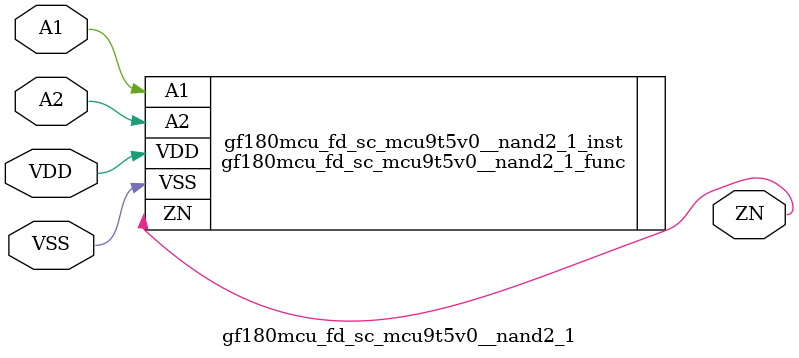
<source format=v>

module gf180mcu_fd_sc_mcu9t5v0__nand2_1( A2, ZN, A1, VDD, VSS );
input A1, A2;
inout VDD, VSS;
output ZN;

   `ifdef FUNCTIONAL  //  functional //

	gf180mcu_fd_sc_mcu9t5v0__nand2_1_func gf180mcu_fd_sc_mcu9t5v0__nand2_1_behav_inst(.A2(A2),.ZN(ZN),.A1(A1),.VDD(VDD),.VSS(VSS));

   `else

	gf180mcu_fd_sc_mcu9t5v0__nand2_1_func gf180mcu_fd_sc_mcu9t5v0__nand2_1_inst(.A2(A2),.ZN(ZN),.A1(A1),.VDD(VDD),.VSS(VSS));

	// spec_gates_begin


	// spec_gates_end



   specify

	// specify_block_begin

	// comb arc A1 --> ZN
	 (A1 => ZN) = (1.0,1.0);

	// comb arc A2 --> ZN
	 (A2 => ZN) = (1.0,1.0);

	// specify_block_end

   endspecify

   `endif

endmodule

</source>
